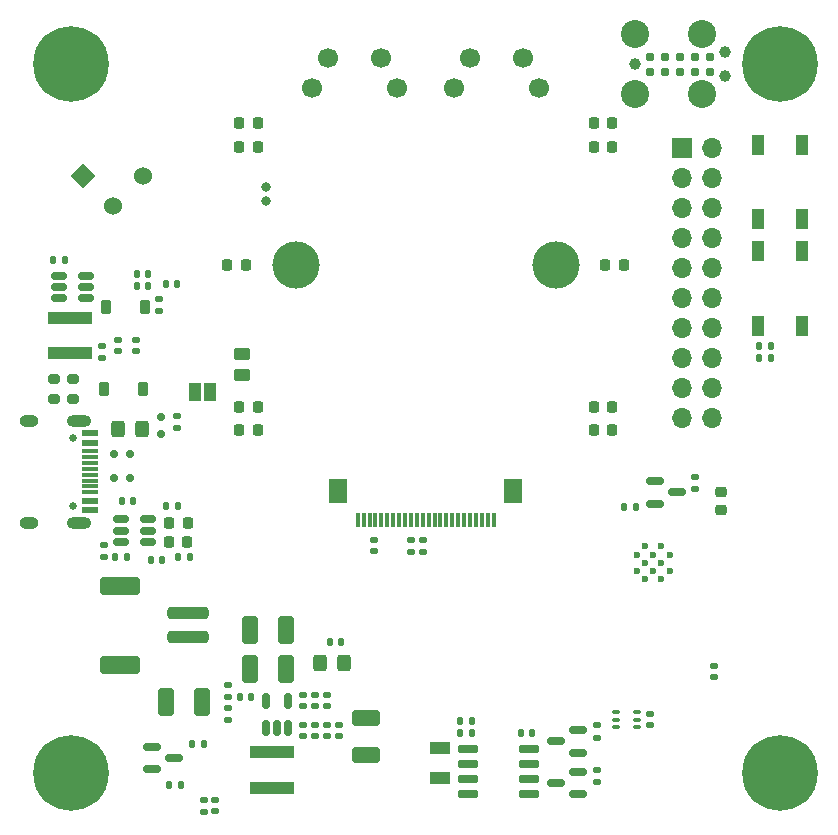
<source format=gts>
%TF.GenerationSoftware,KiCad,Pcbnew,(7.0.0)*%
%TF.CreationDate,2023-03-19T17:01:15-07:00*%
%TF.ProjectId,ai-camera-rev2,61692d63-616d-4657-9261-2d726576322e,rev2*%
%TF.SameCoordinates,PX5a995c0PY2aea540*%
%TF.FileFunction,Soldermask,Top*%
%TF.FilePolarity,Negative*%
%FSLAX46Y46*%
G04 Gerber Fmt 4.6, Leading zero omitted, Abs format (unit mm)*
G04 Created by KiCad (PCBNEW (7.0.0)) date 2023-03-19 17:01:15*
%MOMM*%
%LPD*%
G01*
G04 APERTURE LIST*
G04 Aperture macros list*
%AMRoundRect*
0 Rectangle with rounded corners*
0 $1 Rounding radius*
0 $2 $3 $4 $5 $6 $7 $8 $9 X,Y pos of 4 corners*
0 Add a 4 corners polygon primitive as box body*
4,1,4,$2,$3,$4,$5,$6,$7,$8,$9,$2,$3,0*
0 Add four circle primitives for the rounded corners*
1,1,$1+$1,$2,$3*
1,1,$1+$1,$4,$5*
1,1,$1+$1,$6,$7*
1,1,$1+$1,$8,$9*
0 Add four rect primitives between the rounded corners*
20,1,$1+$1,$2,$3,$4,$5,0*
20,1,$1+$1,$4,$5,$6,$7,0*
20,1,$1+$1,$6,$7,$8,$9,0*
20,1,$1+$1,$8,$9,$2,$3,0*%
%AMRotRect*
0 Rectangle, with rotation*
0 The origin of the aperture is its center*
0 $1 length*
0 $2 width*
0 $3 Rotation angle, in degrees counterclockwise*
0 Add horizontal line*
21,1,$1,$2,0,0,$3*%
G04 Aperture macros list end*
%ADD10RoundRect,0.140000X0.170000X-0.140000X0.170000X0.140000X-0.170000X0.140000X-0.170000X-0.140000X0*%
%ADD11RoundRect,0.140000X-0.140000X-0.170000X0.140000X-0.170000X0.140000X0.170000X-0.140000X0.170000X0*%
%ADD12RoundRect,0.075000X0.250000X0.075000X-0.250000X0.075000X-0.250000X-0.075000X0.250000X-0.075000X0*%
%ADD13C,3.600000*%
%ADD14C,6.400000*%
%ADD15RoundRect,0.150000X-0.725000X-0.150000X0.725000X-0.150000X0.725000X0.150000X-0.725000X0.150000X0*%
%ADD16R,3.700000X1.100000*%
%ADD17RoundRect,0.140000X-0.170000X0.140000X-0.170000X-0.140000X0.170000X-0.140000X0.170000X0.140000X0*%
%ADD18RoundRect,0.200000X0.275000X-0.200000X0.275000X0.200000X-0.275000X0.200000X-0.275000X-0.200000X0*%
%ADD19C,4.000000*%
%ADD20RoundRect,0.135000X0.135000X0.185000X-0.135000X0.185000X-0.135000X-0.185000X0.135000X-0.185000X0*%
%ADD21RoundRect,0.150000X-0.150000X-0.200000X0.150000X-0.200000X0.150000X0.200000X-0.150000X0.200000X0*%
%ADD22R,1.000000X1.700000*%
%ADD23R,1.800000X1.000000*%
%ADD24RoundRect,0.250000X-0.325000X-0.450000X0.325000X-0.450000X0.325000X0.450000X-0.325000X0.450000X0*%
%ADD25RoundRect,0.218750X0.256250X-0.218750X0.256250X0.218750X-0.256250X0.218750X-0.256250X-0.218750X0*%
%ADD26RoundRect,0.135000X-0.135000X-0.185000X0.135000X-0.185000X0.135000X0.185000X-0.135000X0.185000X0*%
%ADD27RoundRect,0.218750X-0.218750X-0.256250X0.218750X-0.256250X0.218750X0.256250X-0.218750X0.256250X0*%
%ADD28RoundRect,0.250000X0.412500X0.925000X-0.412500X0.925000X-0.412500X-0.925000X0.412500X-0.925000X0*%
%ADD29RoundRect,0.135000X0.185000X-0.135000X0.185000X0.135000X-0.185000X0.135000X-0.185000X-0.135000X0*%
%ADD30C,1.700000*%
%ADD31RoundRect,0.135000X-0.185000X0.135000X-0.185000X-0.135000X0.185000X-0.135000X0.185000X0.135000X0*%
%ADD32RoundRect,0.250000X-1.500000X0.250000X-1.500000X-0.250000X1.500000X-0.250000X1.500000X0.250000X0*%
%ADD33RoundRect,0.250001X-1.449999X0.499999X-1.449999X-0.499999X1.449999X-0.499999X1.449999X0.499999X0*%
%ADD34RoundRect,0.250000X0.325000X0.450000X-0.325000X0.450000X-0.325000X-0.450000X0.325000X-0.450000X0*%
%ADD35R,1.000000X1.500000*%
%ADD36RoundRect,0.150000X0.512500X0.150000X-0.512500X0.150000X-0.512500X-0.150000X0.512500X-0.150000X0*%
%ADD37R,0.300000X1.300000*%
%ADD38R,1.600000X2.000000*%
%ADD39RoundRect,0.150000X0.587500X0.150000X-0.587500X0.150000X-0.587500X-0.150000X0.587500X-0.150000X0*%
%ADD40RoundRect,0.150000X-0.200000X0.150000X-0.200000X-0.150000X0.200000X-0.150000X0.200000X0.150000X0*%
%ADD41RoundRect,0.225000X0.225000X0.375000X-0.225000X0.375000X-0.225000X-0.375000X0.225000X-0.375000X0*%
%ADD42C,0.800000*%
%ADD43RotRect,1.524000X1.524000X45.000000*%
%ADD44C,1.524000*%
%ADD45RoundRect,0.150000X0.150000X-0.512500X0.150000X0.512500X-0.150000X0.512500X-0.150000X-0.512500X0*%
%ADD46R,1.700000X1.700000*%
%ADD47O,1.700000X1.700000*%
%ADD48RoundRect,0.225000X-0.225000X-0.375000X0.225000X-0.375000X0.225000X0.375000X-0.225000X0.375000X0*%
%ADD49RoundRect,0.140000X0.140000X0.170000X-0.140000X0.170000X-0.140000X-0.170000X0.140000X-0.170000X0*%
%ADD50RoundRect,0.150000X-0.587500X-0.150000X0.587500X-0.150000X0.587500X0.150000X-0.587500X0.150000X0*%
%ADD51C,0.650000*%
%ADD52R,1.450000X0.600000*%
%ADD53R,1.450000X0.300000*%
%ADD54O,2.100000X1.000000*%
%ADD55O,1.600000X1.000000*%
%ADD56RoundRect,0.250000X0.925000X-0.412500X0.925000X0.412500X-0.925000X0.412500X-0.925000X-0.412500X0*%
%ADD57RoundRect,0.250000X0.450000X-0.262500X0.450000X0.262500X-0.450000X0.262500X-0.450000X-0.262500X0*%
%ADD58C,2.374900*%
%ADD59C,0.990600*%
%ADD60C,0.787400*%
%ADD61C,0.600000*%
G04 APERTURE END LIST*
D10*
X33782000Y-45301000D03*
X33782000Y-46261000D03*
D11*
X11712000Y-47000000D03*
X12672000Y-47000000D03*
D12*
X51100000Y-61150000D03*
X51100000Y-60500000D03*
X51100000Y-59850000D03*
X52900000Y-59850000D03*
X52900000Y-60500000D03*
X52900000Y-61150000D03*
D13*
X5000000Y-65000000D03*
D14*
X5000000Y-65000000D03*
D15*
X38605000Y-62995000D03*
X38605000Y-64265000D03*
X38605000Y-65535000D03*
X38605000Y-66805000D03*
X43755000Y-66805000D03*
X43755000Y-65535000D03*
X43755000Y-64265000D03*
X43755000Y-62995000D03*
D13*
X5000000Y-5000000D03*
D14*
X5000000Y-5000000D03*
D16*
X21999999Y-63249999D03*
X21999999Y-66249999D03*
D17*
X25654000Y-58406000D03*
X25654000Y-59366000D03*
D18*
X5100000Y-33325000D03*
X5100000Y-31675000D03*
D19*
X24000000Y-22000000D03*
X46000000Y-22000000D03*
D11*
X43040000Y-61620000D03*
X44000000Y-61620000D03*
D20*
X14260000Y-66020000D03*
X13240000Y-66020000D03*
D18*
X3500000Y-33325000D03*
X3500000Y-31675000D03*
D20*
X16200000Y-62530000D03*
X15180000Y-62530000D03*
D21*
X10007500Y-37970000D03*
X8607500Y-37970000D03*
D22*
X66899999Y-20849999D03*
X66899999Y-27149999D03*
X63099999Y-20849999D03*
X63099999Y-27149999D03*
D23*
X36219999Y-65429999D03*
X36219999Y-62929999D03*
D24*
X8975000Y-35930000D03*
X11025000Y-35930000D03*
D17*
X12450000Y-24905000D03*
X12450000Y-25865000D03*
D25*
X60000000Y-42787500D03*
X60000000Y-41212500D03*
D26*
X63250000Y-28890000D03*
X64270000Y-28890000D03*
D27*
X13248987Y-45459099D03*
X14823987Y-45459099D03*
X19212500Y-36000000D03*
X20787500Y-36000000D03*
D26*
X14040000Y-46750000D03*
X15060000Y-46750000D03*
D28*
X16075000Y-59000000D03*
X13000000Y-59000000D03*
D26*
X37910000Y-61620000D03*
X38930000Y-61620000D03*
D10*
X34798000Y-46261000D03*
X34798000Y-45301000D03*
D29*
X49500000Y-62010000D03*
X49500000Y-60990000D03*
D30*
X44600000Y-7000000D03*
X37400000Y-7000000D03*
X43250000Y-4500000D03*
X38750000Y-4500000D03*
D28*
X23212500Y-56250000D03*
X20137500Y-56250000D03*
D16*
X4849999Y-29489999D03*
X4849999Y-26489999D03*
D27*
X19212500Y-12000000D03*
X20787500Y-12000000D03*
D11*
X26900000Y-53900000D03*
X27860000Y-53900000D03*
D31*
X13920000Y-34750000D03*
X13920000Y-35770000D03*
D32*
X14850000Y-51500000D03*
X14850000Y-53500000D03*
D33*
X9100000Y-49150000D03*
X9100000Y-55850000D03*
D34*
X28075000Y-55670000D03*
X26025000Y-55670000D03*
D27*
X49212500Y-34000000D03*
X50787500Y-34000000D03*
D11*
X19250000Y-58550000D03*
X20210000Y-58550000D03*
D35*
X16769999Y-32739999D03*
X15469999Y-32739999D03*
D27*
X19212500Y-34000000D03*
X20787500Y-34000000D03*
D31*
X18270000Y-57570000D03*
X18270000Y-58590000D03*
D17*
X8910000Y-28320000D03*
X8910000Y-29280000D03*
D27*
X13261486Y-43859099D03*
X14836486Y-43859099D03*
D31*
X18260000Y-59500000D03*
X18260000Y-60520000D03*
D17*
X17200000Y-67300000D03*
X17200000Y-68260000D03*
D36*
X6247500Y-24820000D03*
X6247500Y-23870000D03*
X6247500Y-22920000D03*
X3972500Y-22920000D03*
X3972500Y-23870000D03*
X3972500Y-24820000D03*
D37*
X40749999Y-43599999D03*
X40249999Y-43599999D03*
X39749999Y-43599999D03*
X39249999Y-43599999D03*
X38749999Y-43599999D03*
X38249999Y-43599999D03*
X37749999Y-43599999D03*
X37249999Y-43599999D03*
X36749999Y-43599999D03*
X36249999Y-43599999D03*
X35749999Y-43599999D03*
X35249999Y-43599999D03*
X34749999Y-43599999D03*
X34249999Y-43599999D03*
X33749999Y-43599999D03*
X33249999Y-43599999D03*
X32749999Y-43599999D03*
X32249999Y-43599999D03*
X31749999Y-43599999D03*
X31249999Y-43599999D03*
X30749999Y-43599999D03*
X30249999Y-43599999D03*
X29749999Y-43599999D03*
X29249999Y-43599999D03*
D38*
X42399999Y-41119999D03*
X27599999Y-41119999D03*
D27*
X49212500Y-10000000D03*
X50787500Y-10000000D03*
D39*
X47927500Y-63290000D03*
X47927500Y-61390000D03*
X46052500Y-62340000D03*
D29*
X16200000Y-68310000D03*
X16200000Y-67290000D03*
D40*
X12630000Y-36270000D03*
X12630000Y-34870000D03*
D27*
X19212500Y-10000000D03*
X20787500Y-10000000D03*
D30*
X32600000Y-7000000D03*
X25400000Y-7000000D03*
X31250000Y-4500000D03*
X26750000Y-4500000D03*
D22*
X66899999Y-11849999D03*
X66899999Y-18149999D03*
X63099999Y-11849999D03*
X63099999Y-18149999D03*
D41*
X11220000Y-25600000D03*
X7920000Y-25600000D03*
D11*
X10520000Y-23750000D03*
X11480000Y-23750000D03*
D42*
X21500000Y-16625000D03*
X21500000Y-15375000D03*
D26*
X3480000Y-21620000D03*
X4500000Y-21620000D03*
D27*
X49212500Y-12000000D03*
X50787500Y-12000000D03*
D29*
X49500000Y-65760000D03*
X49500000Y-64740000D03*
D10*
X59410000Y-56880000D03*
X59410000Y-55920000D03*
D17*
X27686000Y-60946000D03*
X27686000Y-61906000D03*
D43*
X5959999Y-14499999D03*
D44*
X8500000Y-17040000D03*
X11040000Y-14500000D03*
D17*
X25654000Y-60946000D03*
X25654000Y-61906000D03*
D21*
X10007500Y-40030000D03*
X8607500Y-40030000D03*
D45*
X21462500Y-61200000D03*
X22412500Y-61200000D03*
X23362500Y-61200000D03*
X23362500Y-58925000D03*
X21462500Y-58925000D03*
D17*
X24638000Y-60946000D03*
X24638000Y-61906000D03*
D29*
X7725000Y-46710000D03*
X7725000Y-45690000D03*
D17*
X26670000Y-60946000D03*
X26670000Y-61906000D03*
D27*
X49212500Y-36000000D03*
X50787500Y-36000000D03*
D13*
X65000000Y-5000000D03*
D14*
X65000000Y-5000000D03*
D10*
X26670000Y-59366000D03*
X26670000Y-58406000D03*
D26*
X37920000Y-60590000D03*
X38940000Y-60590000D03*
D46*
X56724999Y-12074999D03*
D47*
X59264999Y-12074999D03*
X56724999Y-14614999D03*
X59264999Y-14614999D03*
X56724999Y-17154999D03*
X59264999Y-17154999D03*
X56724999Y-19694999D03*
X59264999Y-19694999D03*
X56724999Y-22234999D03*
X59264999Y-22234999D03*
X56724999Y-24774999D03*
X59264999Y-24774999D03*
X56724999Y-27314999D03*
X59264999Y-27314999D03*
X56724999Y-29854999D03*
X59264999Y-29854999D03*
X56724999Y-32394999D03*
X59264999Y-32394999D03*
X56724999Y-34934999D03*
X59264999Y-34934999D03*
D11*
X10520000Y-22750000D03*
X11480000Y-22750000D03*
D31*
X57830000Y-39940000D03*
X57830000Y-40960000D03*
D10*
X54000000Y-60980000D03*
X54000000Y-60020000D03*
D27*
X50212500Y-22000000D03*
X51787500Y-22000000D03*
D48*
X7790000Y-32530000D03*
X11090000Y-32530000D03*
D26*
X13013986Y-42409099D03*
X14033986Y-42409099D03*
D49*
X10255000Y-41975000D03*
X9295000Y-41975000D03*
D26*
X8715000Y-46750000D03*
X9735000Y-46750000D03*
D27*
X18212500Y-22000000D03*
X19787500Y-22000000D03*
D50*
X54380000Y-40300000D03*
X54380000Y-42200000D03*
X56255000Y-41250000D03*
D51*
X5100000Y-36610000D03*
X5100000Y-42390000D03*
D52*
X6544999Y-36249999D03*
X6544999Y-37049999D03*
D53*
X6544999Y-38249999D03*
X6544999Y-39249999D03*
X6544999Y-39749999D03*
X6544999Y-40749999D03*
D52*
X6544999Y-41949999D03*
X6544999Y-42749999D03*
X6544999Y-42749999D03*
X6544999Y-41949999D03*
D53*
X6544999Y-41249999D03*
X6544999Y-40249999D03*
X6544999Y-38749999D03*
X6544999Y-37749999D03*
D52*
X6544999Y-37049999D03*
X6544999Y-36249999D03*
D54*
X5629999Y-35179999D03*
D55*
X1449999Y-35179999D03*
D54*
X5629999Y-43819999D03*
D55*
X1449999Y-43819999D03*
D13*
X65000000Y-65000000D03*
D14*
X65000000Y-65000000D03*
D10*
X10490000Y-29285000D03*
X10490000Y-28325000D03*
D20*
X52830000Y-42470000D03*
X51810000Y-42470000D03*
D10*
X24638000Y-59366000D03*
X24638000Y-58406000D03*
D50*
X11832500Y-62790000D03*
X11832500Y-64690000D03*
X13707500Y-63740000D03*
D26*
X63250000Y-29900000D03*
X64270000Y-29900000D03*
D10*
X30607000Y-46221000D03*
X30607000Y-45261000D03*
D39*
X47917500Y-66800000D03*
X47917500Y-64900000D03*
X46042500Y-65850000D03*
D56*
X29972000Y-63471500D03*
X29972000Y-60396500D03*
D36*
X11475000Y-45449999D03*
X11475000Y-44499999D03*
X11475000Y-43549999D03*
X9200000Y-43549999D03*
X9200000Y-44499999D03*
X9200000Y-45449999D03*
D57*
X19440000Y-31332500D03*
X19440000Y-29507500D03*
D28*
X23212500Y-52875001D03*
X20137500Y-52875001D03*
D58*
X52690000Y-2460000D03*
D59*
X52690000Y-5000000D03*
D58*
X52690000Y-7540000D03*
X58405000Y-2460000D03*
X58405000Y-7540000D03*
D59*
X60310000Y-3984000D03*
X60310000Y-6016000D03*
D60*
X53960000Y-5635000D03*
X55230000Y-5635000D03*
X56500000Y-5635000D03*
X57770000Y-5635000D03*
X59040000Y-5635000D03*
X59040000Y-4365000D03*
X57770000Y-4365000D03*
X56500000Y-4365000D03*
X55230000Y-4365000D03*
X53960000Y-4365000D03*
D17*
X7630000Y-28890000D03*
X7630000Y-29850000D03*
D49*
X13950000Y-23630000D03*
X12990000Y-23630000D03*
D61*
X53560000Y-48630000D03*
X54960000Y-48630000D03*
X52860000Y-47930000D03*
X54260000Y-47930000D03*
X55660000Y-47930000D03*
X53560000Y-47230000D03*
X54960000Y-47230000D03*
X52860000Y-46530000D03*
X54260000Y-46530000D03*
X55660000Y-46530000D03*
X53560000Y-45830000D03*
X54960000Y-45830000D03*
M02*

</source>
